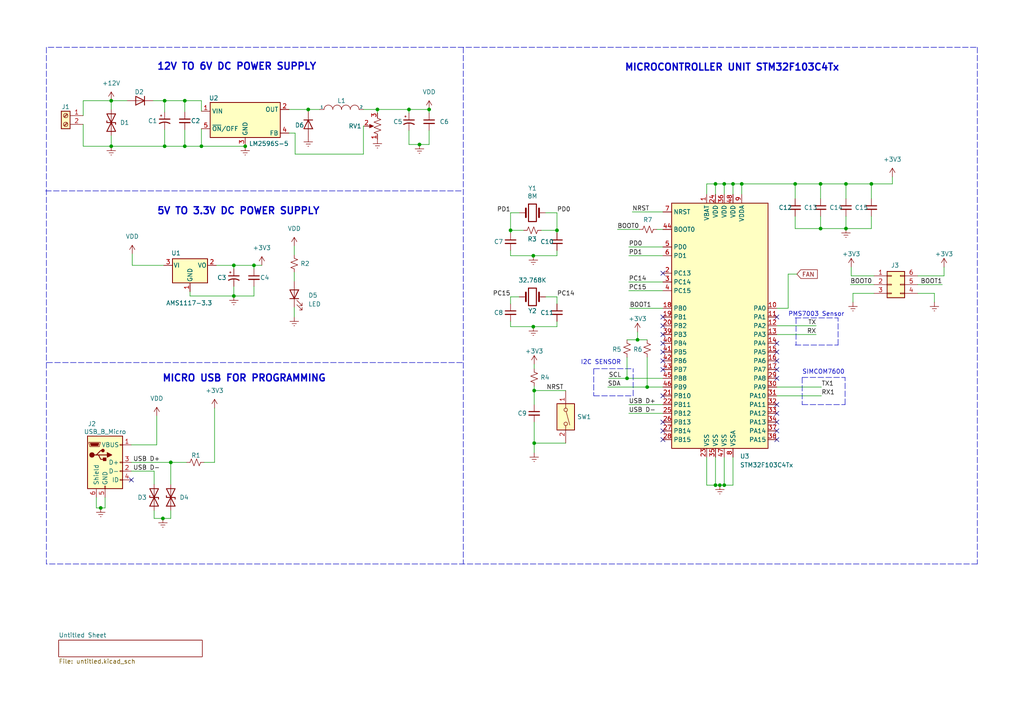
<source format=kicad_sch>
(kicad_sch (version 20210621) (generator eeschema)
  (paper "A4")
  (title_block (title "STM32 BASE SENSOR MODULE") (date "2022-08-21") (rev "V1.0") (comment 2 "OMKAR SHARMA"))
  (lib_symbols
    (symbol "Connector:Screw_Terminal_01x02" (pin_names (offset 1.016) hide)
      (property "Reference" "J" (at 0 2.54 0))
      (property "Value" "Screw_Terminal_01x02" (at 0 -5.08 0))
      (symbol "Screw_Terminal_01x02_1_1"
        (rectangle (start -1.27 1.27) (end 1.27 -3.81) (stroke (width 0.254)) (fill (type background)))
        (circle (center 0 -2.54) (radius 0.635) (stroke (width 0.1524)))
        (polyline (pts (xy -0.5334 -2.2098) (xy 0.3302 -3.048)) (stroke (width 0.1524)))
        (polyline (pts (xy -0.5334 0.3302) (xy 0.3302 -0.508)) (stroke (width 0.1524)))
        (polyline (pts (xy -0.3556 -2.032) (xy 0.508 -2.8702)) (stroke (width 0.1524)))
        (polyline (pts (xy -0.3556 0.508) (xy 0.508 -0.3302)) (stroke (width 0.1524)))
        (circle (center 0 0) (radius 0.635) (stroke (width 0.1524)))
        (pin passive line (at -5.08 0 0) (length 3.81) (name "Pin_1") (number "1"))
        (pin passive line (at -5.08 -2.54 0) (length 3.81) (name "Pin_2") (number "2"))
      )
    )
    (symbol "Connector:USB_B_Micro" (pin_names (offset 1.016))
      (property "Reference" "J" (at -5.08 11.43 0))
      (property "Value" "USB_B_Micro" (at -5.08 8.89 0))
      (symbol "USB_B_Micro_0_1"
        (rectangle (start -5.08 -7.62) (end 5.08 7.62) (stroke (width 0.254)) (fill (type background)))
        (circle (center -3.81 2.159) (radius 0.635) (stroke (width 0.254)) (fill (type outline)))
        (circle (center -0.635 3.429) (radius 0.381) (stroke (width 0.254)) (fill (type outline)))
        (rectangle (start -0.127 -7.62) (end 0.127 -6.858))
        (polyline (pts (xy -1.905 2.159) (xy 0.635 2.159)) (stroke (width 0.254)))
        (polyline (pts (xy -3.175 2.159) (xy -2.54 2.159) (xy -1.27 3.429) (xy -0.635 3.429)) (stroke (width 0.254)))
        (polyline (pts (xy -2.54 2.159) (xy -1.905 2.159) (xy -1.27 0.889) (xy 0 0.889)) (stroke (width 0.254)))
        (polyline (pts (xy 0.635 2.794) (xy 0.635 1.524) (xy 1.905 2.159) (xy 0.635 2.794)) (stroke (width 0.254)) (fill (type outline)))
        (polyline (pts (xy -4.318 5.588) (xy -1.778 5.588) (xy -2.032 4.826) (xy -4.064 4.826) (xy -4.318 5.588)) (fill (type outline)))
        (polyline (pts (xy -4.699 5.842) (xy -4.699 5.588) (xy -4.445 4.826) (xy -4.445 4.572) (xy -1.651 4.572) (xy -1.651 4.826) (xy -1.397 5.588) (xy -1.397 5.842) (xy -4.699 5.842)))
        (rectangle (start 0.254 1.27) (end -0.508 0.508) (stroke (width 0.254)) (fill (type outline)))
        (rectangle (start 5.08 -5.207) (end 4.318 -4.953))
        (rectangle (start 5.08 -2.667) (end 4.318 -2.413))
        (rectangle (start 5.08 -0.127) (end 4.318 0.127))
        (rectangle (start 5.08 4.953) (end 4.318 5.207))
      )
      (symbol "USB_B_Micro_1_1"
        (pin power_out line (at 7.62 5.08 180) (length 2.54) (name "VBUS") (number "1"))
        (pin bidirectional line (at 7.62 -2.54 180) (length 2.54) (name "D-") (number "2"))
        (pin bidirectional line (at 7.62 0 180) (length 2.54) (name "D+") (number "3"))
        (pin passive line (at 7.62 -5.08 180) (length 2.54) (name "ID") (number "4"))
        (pin power_out line (at 0 -10.16 90) (length 2.54) (name "GND") (number "5"))
        (pin passive line (at -2.54 -10.16 90) (length 2.54) (name "Shield") (number "6"))
      )
    )
    (symbol "Connector_Generic:Conn_02x03_Counter_Clockwise" (pin_names (offset 1.016) hide)
      (property "Reference" "J" (at 1.27 5.08 0))
      (property "Value" "Conn_02x03_Counter_Clockwise" (at 1.27 -5.08 0))
      (symbol "Conn_02x03_Counter_Clockwise_1_1"
        (rectangle (start -1.27 -2.413) (end 0 -2.667) (stroke (width 0.1524)))
        (rectangle (start -1.27 0.127) (end 0 -0.127) (stroke (width 0.1524)))
        (rectangle (start -1.27 2.667) (end 0 2.413) (stroke (width 0.1524)))
        (rectangle (start -1.27 3.81) (end 3.81 -3.81) (stroke (width 0.254)) (fill (type background)))
        (rectangle (start 3.81 -2.413) (end 2.54 -2.667) (stroke (width 0.1524)))
        (rectangle (start 3.81 0.127) (end 2.54 -0.127) (stroke (width 0.1524)))
        (rectangle (start 3.81 2.667) (end 2.54 2.413) (stroke (width 0.1524)))
        (pin passive line (at -5.08 2.54 0) (length 3.81) (name "Pin_1") (number "1"))
        (pin passive line (at -5.08 0 0) (length 3.81) (name "Pin_2") (number "2"))
        (pin passive line (at -5.08 -2.54 0) (length 3.81) (name "Pin_3") (number "3"))
        (pin passive line (at 7.62 -2.54 180) (length 3.81) (name "Pin_4") (number "4"))
        (pin passive line (at 7.62 0 180) (length 3.81) (name "Pin_5") (number "5"))
        (pin passive line (at 7.62 2.54 180) (length 3.81) (name "Pin_6") (number "6"))
      )
    )
    (symbol "Device:C_Polarized_Small_US" (pin_numbers hide) (pin_names (offset 0.254) hide)
      (property "Reference" "C" (at 0.254 1.778 0))
      (property "Value" "C_Polarized_Small_US" (at 0.254 -2.032 0))
      (symbol "C_Polarized_Small_US_0_1"
        (polyline (pts (xy -1.524 0.508) (xy 1.524 0.508)) (stroke (width 0.3048)))
        (polyline (pts (xy -1.27 1.524) (xy -0.762 1.524)))
        (polyline (pts (xy -1.016 1.27) (xy -1.016 1.778)))
        (arc (start 1.524 -0.762) (mid 0 -0.3734) (end -1.524 -0.762) (stroke (width 0.3048)))
      )
      (symbol "C_Polarized_Small_US_1_1"
        (pin passive line (at 0 2.54 270) (length 2.032) (name "~") (number "1"))
        (pin passive line (at 0 -2.54 90) (length 2.032) (name "~") (number "2"))
      )
    )
    (symbol "Device:C_Small" (pin_numbers hide) (pin_names (offset 0.254) hide)
      (property "Reference" "C" (at 0.254 1.778 0))
      (property "Value" "C_Small" (at 0.254 -2.032 0))
      (symbol "C_Small_0_1"
        (polyline (pts (xy -1.524 -0.508) (xy 1.524 -0.508)) (stroke (width 0.3302)))
        (polyline (pts (xy -1.524 0.508) (xy 1.524 0.508)) (stroke (width 0.3048)))
      )
      (symbol "C_Small_1_1"
        (pin passive line (at 0 2.54 270) (length 2.032) (name "~") (number "1"))
        (pin passive line (at 0 -2.54 90) (length 2.032) (name "~") (number "2"))
      )
    )
    (symbol "Device:Crystal" (pin_numbers hide) (pin_names (offset 1.016) hide)
      (property "Reference" "Y" (at 0 3.81 0))
      (property "Value" "Crystal" (at 0 -3.81 0))
      (symbol "Crystal_0_1"
        (rectangle (start -1.143 2.54) (end 1.143 -2.54) (stroke (width 0.3048)))
        (polyline (pts (xy -2.54 0) (xy -1.905 0)))
        (polyline (pts (xy -1.905 -1.27) (xy -1.905 1.27)) (stroke (width 0.508)))
        (polyline (pts (xy 1.905 -1.27) (xy 1.905 1.27)) (stroke (width 0.508)))
        (polyline (pts (xy 2.54 0) (xy 1.905 0)))
      )
      (symbol "Crystal_1_1"
        (pin passive line (at -3.81 0 0) (length 1.27) (name "1") (number "1"))
        (pin passive line (at 3.81 0 180) (length 1.27) (name "2") (number "2"))
      )
    )
    (symbol "Device:D_TVS" (pin_numbers hide) (pin_names (offset 1.016) hide)
      (property "Reference" "D" (at 0 2.54 0))
      (property "Value" "D_TVS" (at 0 -2.54 0))
      (symbol "D_TVS_0_1"
        (polyline (pts (xy 1.27 0) (xy -1.27 0)))
        (polyline (pts (xy 0.508 1.27) (xy 0 1.27) (xy 0 -1.27) (xy -0.508 -1.27)) (stroke (width 0.254)))
        (polyline (pts (xy -2.54 1.27) (xy -2.54 -1.27) (xy 2.54 1.27) (xy 2.54 -1.27) (xy -2.54 1.27)) (stroke (width 0.254)))
      )
      (symbol "D_TVS_1_1"
        (pin passive line (at -3.81 0 0) (length 2.54) (name "A1") (number "1"))
        (pin passive line (at 3.81 0 180) (length 2.54) (name "A2") (number "2"))
      )
    )
    (symbol "Device:LED" (pin_numbers hide) (pin_names (offset 1.016) hide)
      (property "Reference" "D" (at 0 2.54 0))
      (property "Value" "LED" (at 0 -2.54 0))
      (symbol "LED_0_1"
        (polyline (pts (xy -1.27 -1.27) (xy -1.27 1.27)) (stroke (width 0.254)))
        (polyline (pts (xy -1.27 0) (xy 1.27 0)))
        (polyline (pts (xy 1.27 -1.27) (xy 1.27 1.27) (xy -1.27 0) (xy 1.27 -1.27)) (stroke (width 0.254)))
        (polyline (pts (xy -3.048 -0.762) (xy -4.572 -2.286) (xy -3.81 -2.286) (xy -4.572 -2.286) (xy -4.572 -1.524)))
        (polyline (pts (xy -1.778 -0.762) (xy -3.302 -2.286) (xy -2.54 -2.286) (xy -3.302 -2.286) (xy -3.302 -1.524)))
      )
      (symbol "LED_1_1"
        (pin passive line (at -3.81 0 0) (length 2.54) (name "K") (number "1"))
        (pin passive line (at 3.81 0 180) (length 2.54) (name "A") (number "2"))
      )
    )
    (symbol "Device:R_Potentiometer_US" (pin_names (offset 1.016) hide)
      (property "Reference" "RV" (at -4.445 0 90))
      (property "Value" "R_Potentiometer_US" (at -2.54 0 90))
      (symbol "R_Potentiometer_US_0_1"
        (polyline (pts (xy 0 -2.286) (xy 0 -2.54)))
        (polyline (pts (xy 0 2.54) (xy 0 2.286)))
        (polyline (pts (xy 2.54 0) (xy 1.524 0)))
        (polyline (pts (xy 1.143 0) (xy 2.286 0.508) (xy 2.286 -0.508) (xy 1.143 0)) (fill (type outline)))
        (polyline (pts (xy 0 -0.762) (xy 1.016 -1.143) (xy 0 -1.524) (xy -1.016 -1.905) (xy 0 -2.286)))
        (polyline (pts (xy 0 0.762) (xy 1.016 0.381) (xy 0 0) (xy -1.016 -0.381) (xy 0 -0.762)))
        (polyline (pts (xy 0 2.286) (xy 1.016 1.905) (xy 0 1.524) (xy -1.016 1.143) (xy 0 0.762)))
      )
      (symbol "R_Potentiometer_US_1_1"
        (pin passive line (at 0 3.81 270) (length 1.27) (name "1") (number "1"))
        (pin passive line (at 3.81 0 180) (length 1.27) (name "2") (number "2"))
        (pin passive line (at 0 -3.81 90) (length 1.27) (name "3") (number "3"))
      )
    )
    (symbol "Device:R_Small_US" (pin_numbers hide) (pin_names (offset 0.254) hide)
      (property "Reference" "R" (at 0.762 0.508 0))
      (property "Value" "R_Small_US" (at 0.762 -1.016 0))
      (symbol "R_Small_US_1_1"
        (polyline (pts (xy 0 0) (xy 1.016 -0.381) (xy 0 -0.762) (xy -1.016 -1.143) (xy 0 -1.524)))
        (polyline (pts (xy 0 1.524) (xy 1.016 1.143) (xy 0 0.762) (xy -1.016 0.381) (xy 0 0)))
        (pin passive line (at 0 2.54 270) (length 1.016) (name "~") (number "1"))
        (pin passive line (at 0 -2.54 90) (length 1.016) (name "~") (number "2"))
      )
    )
    (symbol "MCU_ST_STM32F1:STM32F103C4Tx"
      (property "Reference" "U" (at -15.24 36.83 0))
      (property "Value" "STM32F103C4Tx" (at 7.62 36.83 0))
      (symbol "STM32F103C4Tx_0_1"
        (rectangle (start -15.24 -35.56) (end 12.7 35.56) (stroke (width 0.254)) (fill (type background)))
      )
      (symbol "STM32F103C4Tx_1_1"
        (pin power_in line (at -5.08 38.1 270) (length 2.54) (name "VBAT") (number "1"))
        (pin bidirectional line (at 15.24 5.08 180) (length 2.54) (name "PA0") (number "10"))
        (pin bidirectional line (at 15.24 2.54 180) (length 2.54) (name "PA1") (number "11"))
        (pin bidirectional line (at 15.24 0 180) (length 2.54) (name "PA2") (number "12"))
        (pin bidirectional line (at 15.24 -2.54 180) (length 2.54) (name "PA3") (number "13"))
        (pin bidirectional line (at 15.24 -5.08 180) (length 2.54) (name "PA4") (number "14"))
        (pin bidirectional line (at 15.24 -7.62 180) (length 2.54) (name "PA5") (number "15"))
        (pin bidirectional line (at 15.24 -10.16 180) (length 2.54) (name "PA6") (number "16"))
        (pin bidirectional line (at 15.24 -12.7 180) (length 2.54) (name "PA7") (number "17"))
        (pin bidirectional line (at -17.78 5.08 0) (length 2.54) (name "PB0") (number "18"))
        (pin bidirectional line (at -17.78 2.54 0) (length 2.54) (name "PB1") (number "19"))
        (pin bidirectional line (at -17.78 15.24 0) (length 2.54) (name "PC13") (number "2"))
        (pin bidirectional line (at -17.78 0 0) (length 2.54) (name "PB2") (number "20"))
        (pin bidirectional line (at -17.78 -20.32 0) (length 2.54) (name "PB10") (number "21"))
        (pin bidirectional line (at -17.78 -22.86 0) (length 2.54) (name "PB11") (number "22"))
        (pin power_in line (at -5.08 -38.1 90) (length 2.54) (name "VSS") (number "23"))
        (pin power_in line (at -2.54 38.1 270) (length 2.54) (name "VDD") (number "24"))
        (pin bidirectional line (at -17.78 -25.4 0) (length 2.54) (name "PB12") (number "25"))
        (pin bidirectional line (at -17.78 -27.94 0) (length 2.54) (name "PB13") (number "26"))
        (pin bidirectional line (at -17.78 -30.48 0) (length 2.54) (name "PB14") (number "27"))
        (pin bidirectional line (at -17.78 -33.02 0) (length 2.54) (name "PB15") (number "28"))
        (pin bidirectional line (at 15.24 -15.24 180) (length 2.54) (name "PA8") (number "29"))
        (pin bidirectional line (at -17.78 12.7 0) (length 2.54) (name "PC14") (number "3"))
        (pin bidirectional line (at 15.24 -17.78 180) (length 2.54) (name "PA9") (number "30"))
        (pin bidirectional line (at 15.24 -20.32 180) (length 2.54) (name "PA10") (number "31"))
        (pin bidirectional line (at 15.24 -22.86 180) (length 2.54) (name "PA11") (number "32"))
        (pin bidirectional line (at 15.24 -25.4 180) (length 2.54) (name "PA12") (number "33"))
        (pin bidirectional line (at 15.24 -27.94 180) (length 2.54) (name "PA13") (number "34"))
        (pin power_in line (at -2.54 -38.1 90) (length 2.54) (name "VSS") (number "35"))
        (pin power_in line (at 0 38.1 270) (length 2.54) (name "VDD") (number "36"))
        (pin bidirectional line (at 15.24 -30.48 180) (length 2.54) (name "PA14") (number "37"))
        (pin bidirectional line (at 15.24 -33.02 180) (length 2.54) (name "PA15") (number "38"))
        (pin bidirectional line (at -17.78 -2.54 0) (length 2.54) (name "PB3") (number "39"))
        (pin bidirectional line (at -17.78 10.16 0) (length 2.54) (name "PC15") (number "4"))
        (pin bidirectional line (at -17.78 -5.08 0) (length 2.54) (name "PB4") (number "40"))
        (pin bidirectional line (at -17.78 -7.62 0) (length 2.54) (name "PB5") (number "41"))
        (pin bidirectional line (at -17.78 -10.16 0) (length 2.54) (name "PB6") (number "42"))
        (pin bidirectional line (at -17.78 -12.7 0) (length 2.54) (name "PB7") (number "43"))
        (pin input line (at -17.78 27.94 0) (length 2.54) (name "BOOT0") (number "44"))
        (pin bidirectional line (at -17.78 -15.24 0) (length 2.54) (name "PB8") (number "45"))
        (pin bidirectional line (at -17.78 -17.78 0) (length 2.54) (name "PB9") (number "46"))
        (pin power_in line (at 0 -38.1 90) (length 2.54) (name "VSS") (number "47"))
        (pin power_in line (at 2.54 38.1 270) (length 2.54) (name "VDD") (number "48"))
        (pin input line (at -17.78 22.86 0) (length 2.54) (name "PD0") (number "5"))
        (pin input line (at -17.78 20.32 0) (length 2.54) (name "PD1") (number "6"))
        (pin input line (at -17.78 33.02 0) (length 2.54) (name "NRST") (number "7"))
        (pin power_in line (at 2.54 -38.1 90) (length 2.54) (name "VSSA") (number "8"))
        (pin power_in line (at 5.08 38.1 270) (length 2.54) (name "VDDA") (number "9"))
      )
    )
    (symbol "Regulator_Linear:AMS1117-3.3" (pin_names (offset 0.254))
      (property "Reference" "U" (at -3.81 3.175 0))
      (property "Value" "AMS1117-3.3" (at 0 3.175 0))
      (symbol "AMS1117-3.3_0_1"
        (rectangle (start -5.08 -5.08) (end 5.08 1.905) (stroke (width 0.254)) (fill (type background)))
      )
      (symbol "AMS1117-3.3_1_1"
        (pin power_in line (at 0 -7.62 90) (length 2.54) (name "GND") (number "1"))
        (pin power_out line (at 7.62 0 180) (length 2.54) (name "VO") (number "2"))
        (pin power_in line (at -7.62 0 0) (length 2.54) (name "VI") (number "3"))
      )
    )
    (symbol "Regulator_Switching:LM2596S-5"
      (property "Reference" "U?" (at -9.144 6.35 0))
      (property "Value" "LM2596S-5" (at 6.858 -6.858 0))
      (symbol "LM2596S-5_0_1"
        (rectangle (start -10.16 5.08) (end 10.16 -5.08) (stroke (width 0.254)) (fill (type background)))
      )
      (symbol "LM2596S-5_1_1"
        (pin power_in line (at -12.7 2.54 0) (length 2.54) (name "VIN") (number "1"))
        (pin output line (at 12.7 3.048 180) (length 2.54) (name "OUT") (number "2"))
        (pin power_in line (at 0 -7.62 90) (length 2.54) (name "GND") (number "3"))
        (pin input line (at 12.7 -3.81 180) (length 2.54) (name "FB") (number "4"))
        (pin input line (at -12.7 -2.54 0) (length 2.54) (name "~{ON}/OFF") (number "5"))
      )
    )
    (symbol "Simulation_SPICE:DIODE" (pin_numbers hide) (pin_names (offset 1.016) hide)
      (property "Reference" "D" (at 0 2.54 0))
      (property "Value" "DIODE" (at 0 -2.54 0))
      (symbol "DIODE_0_1"
        (polyline (pts (xy 1.27 0) (xy -1.27 0)))
        (polyline (pts (xy 1.27 1.27) (xy 1.27 -1.27)) (stroke (width 0.254)))
        (polyline (pts (xy -1.27 -1.27) (xy -1.27 1.27) (xy 1.27 0) (xy -1.27 -1.27)) (stroke (width 0.254)))
      )
      (symbol "DIODE_1_1"
        (pin passive line (at -3.81 0 0) (length 2.54) (name "A") (number "1"))
        (pin passive line (at 3.81 0 180) (length 2.54) (name "K") (number "2"))
      )
    )
    (symbol "Switch:SW_DIP_x01" (pin_names (offset 0) hide)
      (property "Reference" "SW" (at 0 3.81 0))
      (property "Value" "SW_DIP_x01" (at 0 -3.81 0))
      (symbol "SW_DIP_x01_0_0"
        (circle (center -2.032 0) (radius 0.508))
        (polyline (pts (xy -1.524 0.127) (xy 2.3622 1.1684)))
        (circle (center 2.032 0) (radius 0.508))
      )
      (symbol "SW_DIP_x01_0_1"
        (rectangle (start -3.81 2.54) (end 3.81 -2.54) (stroke (width 0.254)) (fill (type background)))
      )
      (symbol "SW_DIP_x01_1_1"
        (pin passive line (at -7.62 0 0) (length 5.08) (name "~") (number "1"))
        (pin passive line (at 7.62 0 180) (length 5.08) (name "~") (number "2"))
      )
    )
    (symbol "power:+12V" (power) (pin_names (offset 0))
      (property "Value" "+12V" (at 0 3.556 0))
      (symbol "+12V_0_1"
        (polyline (pts (xy -0.762 1.27) (xy 0 2.54)))
        (polyline (pts (xy 0 0) (xy 0 2.54)))
        (polyline (pts (xy 0 2.54) (xy 0.762 1.27)))
      )
      (symbol "+12V_1_1"
        (pin power_in line (at 0 0 90) (length 0) hide (name "+12V") (number "1"))
      )
    )
    (symbol "power:+3.3V" (power) (pin_names (offset 0))
      (property "Value" "+3.3V" (at 0 3.556 0))
      (symbol "+3.3V_0_1"
        (polyline (pts (xy -0.762 1.27) (xy 0 2.54)))
        (polyline (pts (xy 0 0) (xy 0 2.54)))
        (polyline (pts (xy 0 2.54) (xy 0.762 1.27)))
      )
      (symbol "+3.3V_1_1"
        (pin power_in line (at 0 0 90) (length 0) hide (name "+3V3") (number "1"))
      )
    )
    (symbol "power:Earth" (power) (pin_names (offset 0))
      (symbol "Earth_0_1"
        (polyline (pts (xy -0.635 -1.905) (xy 0.635 -1.905)))
        (polyline (pts (xy -0.127 -2.54) (xy 0.127 -2.54)))
        (polyline (pts (xy 0 -1.27) (xy 0 0)))
        (polyline (pts (xy 1.27 -1.27) (xy -1.27 -1.27)))
      )
      (symbol "Earth_1_1"
        (pin power_in line (at 0 0 270) (length 0) hide (name "Earth") (number "1"))
      )
    )
    (symbol "power:VDD" (power) (pin_names (offset 0))
      (property "Value" "VDD" (at 0 3.81 0))
      (symbol "VDD_0_1"
        (polyline (pts (xy -0.762 1.27) (xy 0 2.54)))
        (polyline (pts (xy 0 0) (xy 0 2.54)))
        (polyline (pts (xy 0 2.54) (xy 0.762 1.27)))
      )
      (symbol "VDD_1_1"
        (pin power_in line (at 0 0 90) (length 0) hide (name "VDD") (number "1"))
      )
    )
    (symbol "pspice:INDUCTOR" (pin_numbers hide) (pin_names (offset 0))
      (property "Reference" "L" (at 0 2.54 0))
      (property "Value" "INDUCTOR" (at 0 -1.27 0))
      (symbol "INDUCTOR_0_1"
        (arc (start -2.54 0) (mid -3.81 1.27) (end -5.08 0))
        (arc (start 0 0) (mid -1.27 1.27) (end -2.54 0))
        (arc (start 2.54 0) (mid 1.27 1.27) (end 0 0))
        (arc (start 5.08 0) (mid 3.81 1.27) (end 2.54 0))
      )
      (symbol "INDUCTOR_1_1"
        (pin input line (at -6.35 0 0) (length 1.27) (name "1") (number "1"))
        (pin input line (at 6.35 0 180) (length 1.27) (name "2") (number "2"))
      )
    )
  )
  (junction (at 161.544 66.802))
  (junction (at 212.598 53.34))
  (junction (at 252.73 53.34))
  (junction (at 237.998 53.34))
  (junction (at 181.864 109.728))
  (junction (at 154.94 113.284))
  (junction (at 47.752 42.418))
  (junction (at 32.258 29.21))
  (junction (at 53.594 42.418))
  (junction (at 124.46 31.75))
  (junction (at 237.998 66.294))
  (junction (at 210.058 140.716))
  (junction (at 208.788 140.716))
  (junction (at 230.632 53.34))
  (junction (at 49.53 134.112))
  (junction (at 210.058 53.34))
  (junction (at 89.408 31.75))
  (junction (at 154.94 128.524))
  (junction (at 148.082 66.802))
  (junction (at 245.364 66.294))
  (junction (at 245.364 53.34))
  (junction (at 184.912 98.552))
  (junction (at 58.42 42.418))
  (junction (at 187.706 112.268))
  (junction (at 73.66 76.962))
  (junction (at 47.244 150.368))
  (junction (at 121.666 41.91))
  (junction (at 207.518 53.34))
  (junction (at 154.686 94.742))
  (junction (at 109.474 31.75))
  (junction (at 215.138 53.34))
  (junction (at 29.21 147.32))
  (junction (at 67.818 76.962))
  (junction (at 53.594 29.21))
  (junction (at 32.258 42.418))
  (junction (at 154.686 74.168))
  (junction (at 207.518 140.716))
  (junction (at 118.618 31.75))
  (junction (at 67.818 85.852))
  (junction (at 47.752 29.21))
  (junction (at 71.12 42.418))
  (no_connect (at 225.298 107.188))
  (no_connect (at 225.298 119.888))
  (no_connect (at 225.298 109.728))
  (no_connect (at 38.1 139.192))
  (no_connect (at 225.298 102.108))
  (no_connect (at 225.298 104.648))
  (no_connect (at 225.298 99.568))
  (no_connect (at 192.278 79.248))
  (no_connect (at 225.298 91.948))
  (no_connect (at 225.298 117.348))
  (no_connect (at 225.298 122.428))
  (no_connect (at 225.298 124.968))
  (no_connect (at 225.298 127.508))
  (no_connect (at 192.278 104.648))
  (no_connect (at 192.278 107.188))
  (no_connect (at 192.278 127.508))
  (no_connect (at 192.278 124.968))
  (no_connect (at 192.278 122.428))
  (no_connect (at 192.278 114.808))
  (no_connect (at 192.278 102.108))
  (no_connect (at 192.278 99.568))
  (no_connect (at 192.278 91.948))
  (no_connect (at 192.278 94.488))
  (no_connect (at 192.278 97.028))
  (wire (pts (xy 273.304 82.55) (xy 266.192 82.55)))
  (wire (pts (xy 215.138 53.34) (xy 215.138 56.388)))
  (polyline (pts (xy 230.886 92.202) (xy 230.886 100.076)))
  (wire (pts (xy 105.41 44.704) (xy 105.41 36.576)))
  (wire (pts (xy 105.41 36.576) (xy 105.664 36.576)))
  (wire (pts (xy 83.82 38.608) (xy 85.598 38.608)))
  (wire (pts (xy 85.598 38.608) (xy 85.598 44.704)))
  (wire (pts (xy 85.598 44.704) (xy 105.41 44.704)))
  (wire (pts (xy 154.94 106.934) (xy 154.94 105.664)))
  (wire (pts (xy 148.082 94.742) (xy 154.686 94.742)))
  (wire (pts (xy 45.466 129.032) (xy 45.466 120.65)))
  (wire (pts (xy 38.1 129.032) (xy 45.466 129.032)))
  (wire (pts (xy 164.084 128.524) (xy 154.94 128.524)))
  (wire (pts (xy 238.252 112.268) (xy 225.298 112.268)))
  (wire (pts (xy 228.6 89.408) (xy 228.6 79.502)))
  (wire (pts (xy 225.298 89.408) (xy 228.6 89.408)))
  (wire (pts (xy 228.6 79.502) (xy 231.14 79.502)))
  (polyline (pts (xy 230.632 92.202) (xy 243.078 92.202)))
  (wire (pts (xy 38.354 76.962) (xy 47.498 76.962)))
  (wire (pts (xy 38.354 73.66) (xy 38.354 76.962)))
  (wire (pts (xy 32.258 39.37) (xy 32.258 42.418)))
  (wire (pts (xy 207.518 132.588) (xy 207.518 140.716)))
  (wire (pts (xy 207.518 140.716) (xy 208.788 140.716)))
  (wire (pts (xy 204.978 140.716) (xy 207.518 140.716)))
  (wire (pts (xy 208.788 140.716) (xy 210.058 140.716)))
  (wire (pts (xy 210.058 140.716) (xy 212.598 140.716)))
  (wire (pts (xy 151.892 66.802) (xy 148.082 66.802)))
  (wire (pts (xy 67.818 77.978) (xy 67.818 76.962)))
  (wire (pts (xy 47.752 32.512) (xy 47.752 29.21)))
  (wire (pts (xy 204.978 53.34) (xy 204.978 56.388)))
  (wire (pts (xy 32.258 42.418) (xy 47.752 42.418)))
  (wire (pts (xy 24.13 42.418) (xy 32.258 42.418)))
  (wire (pts (xy 24.13 36.068) (xy 24.13 42.418)))
  (wire (pts (xy 53.594 42.418) (xy 58.42 42.418)))
  (wire (pts (xy 58.42 42.418) (xy 71.12 42.418)))
  (wire (pts (xy 47.752 42.418) (xy 53.594 42.418)))
  (polyline (pts (xy 172.212 114.808) (xy 183.642 114.808)))
  (wire (pts (xy 148.082 86.106) (xy 148.082 88.138)))
  (wire (pts (xy 85.344 71.374) (xy 85.344 73.914)))
  (polyline (pts (xy 243.078 100.076) (xy 243.078 92.202)))
  (polyline (pts (xy 172.212 106.934) (xy 172.212 114.808)))
  (wire (pts (xy 154.686 94.742) (xy 161.544 94.742)))
  (wire (pts (xy 27.94 144.272) (xy 27.94 147.32)))
  (wire (pts (xy 27.94 147.32) (xy 29.21 147.32)))
  (wire (pts (xy 38.1 136.652) (xy 44.704 136.652)))
  (wire (pts (xy 85.344 89.154) (xy 85.344 91.948)))
  (wire (pts (xy 182.372 74.168) (xy 192.278 74.168)))
  (wire (pts (xy 161.544 66.802) (xy 161.544 67.564)))
  (wire (pts (xy 161.544 61.722) (xy 161.544 66.802)))
  (wire (pts (xy 150.622 61.722) (xy 148.082 61.722)))
  (wire (pts (xy 148.082 66.802) (xy 148.082 67.564)))
  (wire (pts (xy 148.082 61.722) (xy 148.082 66.802)))
  (wire (pts (xy 192.278 81.788) (xy 182.372 81.788)))
  (wire (pts (xy 252.73 66.294) (xy 245.364 66.294)))
  (wire (pts (xy 252.73 62.738) (xy 252.73 66.294)))
  (wire (pts (xy 225.298 97.028) (xy 236.728 97.028)))
  (wire (pts (xy 187.706 103.632) (xy 187.706 112.268)))
  (wire (pts (xy 62.738 76.962) (xy 67.818 76.962)))
  (wire (pts (xy 67.818 76.962) (xy 73.66 76.962)))
  (wire (pts (xy 73.66 76.962) (xy 73.66 77.978)))
  (wire (pts (xy 181.864 98.552) (xy 184.912 98.552)))
  (wire (pts (xy 184.912 98.552) (xy 187.706 98.552)))
  (wire (pts (xy 212.598 53.34) (xy 210.058 53.34)))
  (wire (pts (xy 215.138 53.34) (xy 212.598 53.34)))
  (wire (pts (xy 252.73 53.34) (xy 245.364 53.34)))
  (wire (pts (xy 258.826 53.34) (xy 252.73 53.34)))
  (wire (pts (xy 258.826 51.308) (xy 258.826 53.34)))
  (wire (pts (xy 210.058 53.34) (xy 207.518 53.34)))
  (wire (pts (xy 207.518 53.34) (xy 204.978 53.34)))
  (wire (pts (xy 230.632 53.34) (xy 215.138 53.34)))
  (wire (pts (xy 245.364 53.34) (xy 237.998 53.34)))
  (wire (pts (xy 237.998 53.34) (xy 230.632 53.34)))
  (wire (pts (xy 32.258 31.75) (xy 32.258 29.21)))
  (wire (pts (xy 161.544 74.168) (xy 161.544 72.644)))
  (wire (pts (xy 148.082 74.168) (xy 154.686 74.168)))
  (wire (pts (xy 148.082 72.644) (xy 148.082 74.168)))
  (wire (pts (xy 154.686 74.168) (xy 161.544 74.168)))
  (polyline (pts (xy 13.208 55.372) (xy 134.112 55.372)))
  (wire (pts (xy 207.518 53.34) (xy 207.518 56.388)))
  (wire (pts (xy 246.888 77.47) (xy 246.888 80.01)))
  (wire (pts (xy 246.888 80.01) (xy 253.492 80.01)))
  (wire (pts (xy 161.544 86.106) (xy 161.544 88.138)))
  (wire (pts (xy 62.23 134.112) (xy 59.182 134.112)))
  (wire (pts (xy 62.23 118.364) (xy 62.23 134.112)))
  (wire (pts (xy 154.94 113.284) (xy 154.94 112.014)))
  (wire (pts (xy 154.94 117.348) (xy 154.94 113.284)))
  (wire (pts (xy 85.344 78.994) (xy 85.344 81.534)))
  (wire (pts (xy 47.752 37.592) (xy 47.752 42.418)))
  (wire (pts (xy 271.018 85.09) (xy 271.018 87.63)))
  (wire (pts (xy 266.192 85.09) (xy 271.018 85.09)))
  (wire (pts (xy 105.41 31.75) (xy 109.474 31.75)))
  (wire (pts (xy 109.474 31.75) (xy 118.618 31.75)))
  (wire (pts (xy 212.598 132.588) (xy 212.598 140.716)))
  (wire (pts (xy 83.82 31.75) (xy 89.408 31.75)))
  (wire (pts (xy 89.408 31.75) (xy 92.71 31.75)))
  (wire (pts (xy 192.278 66.548) (xy 190.5 66.548)))
  (wire (pts (xy 29.21 147.32) (xy 30.48 147.32)))
  (wire (pts (xy 30.48 147.32) (xy 30.48 144.272)))
  (wire (pts (xy 192.278 71.628) (xy 182.372 71.628)))
  (wire (pts (xy 237.998 57.658) (xy 237.998 53.34)))
  (wire (pts (xy 182.372 117.348) (xy 192.278 117.348)))
  (polyline (pts (xy 230.632 100.076) (xy 243.078 100.076)))
  (wire (pts (xy 53.594 32.512) (xy 53.594 29.21)))
  (wire (pts (xy 118.618 31.75) (xy 124.46 31.75)))
  (wire (pts (xy 124.46 31.75) (xy 124.46 32.766)))
  (wire (pts (xy 109.474 32.766) (xy 109.474 31.75)))
  (wire (pts (xy 184.912 96.266) (xy 184.912 98.552)))
  (wire (pts (xy 252.73 57.658) (xy 252.73 53.34)))
  (wire (pts (xy 44.704 136.652) (xy 44.704 140.462)))
  (wire (pts (xy 158.242 61.722) (xy 161.544 61.722)))
  (wire (pts (xy 237.998 66.294) (xy 237.998 62.738)))
  (wire (pts (xy 230.632 62.738) (xy 230.632 66.294)))
  (wire (pts (xy 247.396 85.09) (xy 253.492 85.09)))
  (wire (pts (xy 247.396 87.63) (xy 247.396 85.09)))
  (wire (pts (xy 245.364 57.658) (xy 245.364 53.34)))
  (wire (pts (xy 148.082 93.218) (xy 148.082 94.742)))
  (wire (pts (xy 245.364 62.738) (xy 245.364 66.294)))
  (wire (pts (xy 156.972 66.802) (xy 161.544 66.802)))
  (wire (pts (xy 210.058 132.588) (xy 210.058 140.716)))
  (wire (pts (xy 75.946 76.962) (xy 73.66 76.962)))
  (wire (pts (xy 192.278 89.408) (xy 182.626 89.408)))
  (wire (pts (xy 164.084 113.284) (xy 154.94 113.284)))
  (wire (pts (xy 176.53 109.728) (xy 181.864 109.728)))
  (wire (pts (xy 181.864 109.728) (xy 192.278 109.728)))
  (wire (pts (xy 55.118 84.582) (xy 55.118 85.852)))
  (wire (pts (xy 55.118 85.852) (xy 67.818 85.852)))
  (wire (pts (xy 73.66 85.852) (xy 73.66 83.058)))
  (wire (pts (xy 67.818 85.852) (xy 73.66 85.852)))
  (wire (pts (xy 230.632 57.658) (xy 230.632 53.34)))
  (wire (pts (xy 67.818 83.058) (xy 67.818 85.852)))
  (wire (pts (xy 273.812 80.01) (xy 266.192 80.01)))
  (wire (pts (xy 273.812 77.47) (xy 273.812 80.01)))
  (polyline (pts (xy 283.464 13.716) (xy 283.464 163.576)))
  (polyline (pts (xy 13.97 13.716) (xy 283.464 13.716)))
  (polyline (pts (xy 283.464 163.576) (xy 13.462 163.576)))
  (polyline (pts (xy 13.462 13.716) (xy 13.462 163.576)))
  (wire (pts (xy 89.408 32.258) (xy 89.408 31.75)))
  (wire (pts (xy 154.94 131.318) (xy 154.94 128.524)))
  (wire (pts (xy 154.94 128.524) (xy 154.94 122.428)))
  (wire (pts (xy 245.364 66.294) (xy 237.998 66.294)))
  (wire (pts (xy 230.632 66.294) (xy 237.998 66.294)))
  (wire (pts (xy 246.634 82.55) (xy 253.492 82.55)))
  (wire (pts (xy 36.83 29.21) (xy 32.258 29.21)))
  (wire (pts (xy 32.258 29.21) (xy 24.13 29.21)))
  (wire (pts (xy 24.13 29.21) (xy 24.13 33.528)))
  (wire (pts (xy 192.278 84.328) (xy 182.372 84.328)))
  (wire (pts (xy 210.058 53.34) (xy 210.058 56.388)))
  (polyline (pts (xy 232.664 109.474) (xy 232.664 117.348)))
  (polyline (pts (xy 232.664 117.348) (xy 245.11 117.348)))
  (polyline (pts (xy 245.11 117.348) (xy 245.11 109.474)))
  (polyline (pts (xy 232.664 109.474) (xy 245.11 109.474)))
  (wire (pts (xy 181.864 103.632) (xy 181.864 109.728)))
  (wire (pts (xy 176.276 112.268) (xy 187.706 112.268)))
  (wire (pts (xy 187.706 112.268) (xy 192.278 112.268)))
  (wire (pts (xy 204.978 132.588) (xy 204.978 140.716)))
  (wire (pts (xy 238.252 114.808) (xy 225.298 114.808)))
  (wire (pts (xy 182.372 119.888) (xy 192.278 119.888)))
  (wire (pts (xy 212.598 53.34) (xy 212.598 56.388)))
  (wire (pts (xy 185.42 66.548) (xy 179.07 66.548)))
  (polyline (pts (xy 134.112 105.156) (xy 13.462 105.156)))
  (polyline (pts (xy 172.212 106.934) (xy 183.642 106.934)))
  (wire (pts (xy 49.53 140.462) (xy 49.53 134.112)))
  (wire (pts (xy 158.242 86.106) (xy 161.544 86.106)))
  (wire (pts (xy 192.278 61.468) (xy 183.388 61.468)))
  (polyline (pts (xy 183.642 114.808) (xy 183.642 106.934)))
  (polyline (pts (xy 134.366 13.716) (xy 134.366 163.576)))
  (wire (pts (xy 121.666 41.91) (xy 124.46 41.91)))
  (wire (pts (xy 118.618 41.91) (xy 121.666 41.91)))
  (wire (pts (xy 124.46 41.91) (xy 124.46 37.846)))
  (wire (pts (xy 118.618 37.846) (xy 118.618 41.91)))
  (wire (pts (xy 225.298 94.488) (xy 236.728 94.488)))
  (wire (pts (xy 44.704 150.368) (xy 47.244 150.368)))
  (wire (pts (xy 49.53 150.368) (xy 49.53 148.082)))
  (wire (pts (xy 47.244 150.368) (xy 49.53 150.368)))
  (wire (pts (xy 44.704 148.082) (xy 44.704 150.368)))
  (wire (pts (xy 38.1 134.112) (xy 49.53 134.112)))
  (wire (pts (xy 49.53 134.112) (xy 54.102 134.112)))
  (wire (pts (xy 118.618 32.766) (xy 118.618 31.75)))
  (wire (pts (xy 161.544 94.742) (xy 161.544 93.218)))
  (wire (pts (xy 58.42 37.338) (xy 58.42 42.418)))
  (wire (pts (xy 150.622 86.106) (xy 148.082 86.106)))
  (wire (pts (xy 44.45 29.21) (xy 47.752 29.21)))
  (wire (pts (xy 47.752 29.21) (xy 53.594 29.21)))
  (wire (pts (xy 58.42 29.21) (xy 58.42 32.258)))
  (wire (pts (xy 53.594 29.21) (xy 58.42 29.21)))
  (wire (pts (xy 53.594 37.592) (xy 53.594 42.418)))
  (text "I2C SENSOR" (at 168.402 105.918 0) (effects (font (size 1.27 1.27)) (justify left bottom)))
  (text "SIMCOM7600" (at 232.664 108.712 0) (effects (font (size 1.27 1.27)) (justify left bottom)))
  (text "12V TO 6V DC POWER SUPPLY" (at 45.466 20.574 0) (effects (font (size 2 2) (thickness 0.4) bold) (justify left bottom)))
  (text "PMS7003 Sensor" (at 228.6 91.948 0) (effects (font (size 1.27 1.27)) (justify left bottom)))
  (text "MICRO USB FOR PROGRAMMING" (at 46.99 110.998 0) (effects (font (size 2 2) bold) (justify left bottom)))
  (text "5V TO 3.3V DC POWER SUPPLY" (at 45.466 62.484 0) (effects (font (size 2 2) bold) (justify left bottom)))
  (text "MICROCONTROLLER UNIT STM32F103C4Tx" (at 181.102 20.828 0) (effects (font (size 2 2) bold) (justify left bottom)))
  (label "BOOT1" (at 273.304 82.55 180))
  (label "PC15" (at 182.372 84.328 0))
  (label "PD1" (at 148.082 61.722 180))
  (label "BOOT0" (at 179.07 66.548 0))
  (label "USB D+" (at 38.608 134.112 0))
  (label "BOOT1" (at 182.626 89.408 0))
  (label "USB D+" (at 182.372 117.348 0))
  (label "SDA" (at 176.276 112.268 0))
  (label "USB D-" (at 182.372 119.888 0))
  (label "BOOT0" (at 246.634 82.55 0))
  (label "PC14" (at 182.372 81.788 0))
  (label "PC15" (at 148.082 86.106 180))
  (label "USB D-" (at 38.608 136.652 0))
  (label "TX1" (at 238.252 112.268 0))
  (label "NRST" (at 183.388 61.468 0))
  (label "RX1" (at 238.252 114.808 0))
  (label "PC14" (at 161.544 86.106 0))
  (label "TX" (at 236.728 94.488 180))
  (label "PD0" (at 182.372 71.628 0))
  (label "PD1" (at 182.372 74.168 0))
  (label "SCL" (at 176.53 109.728 0))
  (label "RX" (at 236.728 97.028 180))
  (label "PD0" (at 161.544 61.722 0))
  (label "NRST" (at 158.496 113.284 0))
  (global_label "FAN" (shape input) (at 231.14 79.502 0) (property "Intersheet References" "${INTERSHEET_REFS}" (effects hide)))
  (symbol (lib_id "power:Earth") (at 247.396 87.63 0) (unit 1)
    (property "Reference" "#PWR025" (effects hide))
    (property "Value" "Earth" (effects hide))
  )
  (symbol (lib_id "Device:Crystal") (at 154.432 61.722 0) (unit 1)
    (property "Reference" "Y1" (at 154.432 54.61 0))
    (property "Value" "8M" (at 154.432 56.896 0))
    (property "Footprint" "Crystal:Crystal_HC18-U_Vertical" (effects hide))
  )
  (symbol (lib_id "Device:R_Small_US") (at 181.864 101.092 0) (unit 1)
    (property "Reference" "R5" (at 177.546 101.346 0) (effects (justify left)))
    (property "Value" "1K" (effects hide))
    (property "Footprint" "Resistor_SMD:R_0805_2012Metric_Pad1.20x1.40mm_HandSolder" (effects hide))
  )
  (symbol (lib_id "Device:C_Small") (at 230.632 60.198 0) (unit 1)
    (property "Reference" "C12" (at 225.806 60.198 0) (effects (justify left)))
    (property "Value" "0.1uf 50V" (effects hide))
    (property "Footprint" "Capacitor_SMD:C_0805_2012Metric_Pad1.18x1.45mm_HandSolder" (effects hide))
  )
  (symbol (lib_id "power:+3.3V") (at 258.826 51.308 0) (unit 1)
    (property "Reference" "#PWR026" (effects hide))
    (property "Value" "+3.3V" (at 258.826 46.228 0))
  )
  (symbol (lib_id "Device:LED") (at 85.344 85.344 90) (unit 1)
    (property "Reference" "D5" (at 89.408 85.6614 90) (effects (justify right)))
    (property "Value" "LED" (at 89.408 88.2014 90) (effects (justify right)))
    (property "Footprint" "LED_SMD:LED_0805_2012Metric_Pad1.15x1.40mm_HandSolder" (effects hide))
  )
  (symbol (lib_id "Device:C_Small") (at 237.998 60.198 0) (unit 1)
    (property "Reference" "C13" (at 233.172 60.198 0) (effects (justify left)))
    (property "Value" "10uf 50V" (effects hide))
    (property "Footprint" "Capacitor_SMD:C_0805_2012Metric_Pad1.18x1.45mm_HandSolder" (effects hide))
  )
  (symbol (lib_id "Device:C_Polarized_Small_US") (at 118.618 35.306 0) (unit 1)
    (property "Reference" "C5" (at 114.046 35.306 0) (effects (justify left)))
    (property "Value" "470uf 25V" (effects hide))
    (property "Footprint" "Capacitor_SMD:CP_Elec_5x5.8" (effects hide))
  )
  (symbol (lib_id "Device:C_Small") (at 161.544 70.104 0) (unit 1)
    (property "Reference" "C10" (at 156.718 70.104 0) (effects (justify left)))
    (property "Value" "22pf 50V" (effects hide))
    (property "Footprint" "Capacitor_SMD:C_0805_2012Metric_Pad1.18x1.45mm_HandSolder" (effects hide))
  )
  (symbol (lib_id "Device:C_Small") (at 252.73 60.198 0) (unit 1)
    (property "Reference" "C15" (at 247.904 60.198 0) (effects (justify left)))
    (property "Value" "10uf 50V" (effects hide))
    (property "Footprint" "Capacitor_SMD:C_0805_2012Metric_Pad1.18x1.45mm_HandSolder" (effects hide))
  )
  (symbol (lib_id "power:Earth") (at 29.21 147.32 0) (unit 1)
    (property "Reference" "#PWR01" (effects hide))
    (property "Value" "Earth" (effects hide))
  )
  (symbol (lib_id "power:Earth") (at 47.244 150.368 0) (unit 1)
    (property "Reference" "#PWR06" (effects hide))
    (property "Value" "Earth" (effects hide))
  )
  (symbol (lib_id "MCU_ST_STM32F1:STM32F103C4Tx") (at 210.058 94.488 0) (unit 1)
    (property "Reference" "U3" (at 214.6174 132.334 0) (effects (justify left)))
    (property "Value" "STM32F103C4Tx" (at 214.6174 134.874 0) (effects (justify left)))
    (property "Footprint" "Package_QFP:LQFP-48_7x7mm_P0.5mm" (effects hide))
    (property "Datasheet" "http://www.st.com/st-web-ui/static/active/en/resource/technical/document/datasheet/CD00210843.pdf" (effects hide))
  )
  (symbol (lib_id "power:+12V") (at 32.258 29.21 0) (unit 1)
    (property "Reference" "#PWR02" (effects hide))
    (property "Value" "+12V" (at 32.258 24.13 0))
  )
  (symbol (lib_id "power:Earth") (at 109.474 40.386 0) (unit 1)
    (property "Reference" "#PWR014" (effects hide))
    (property "Value" "Earth" (effects hide))
  )
  (symbol (lib_id "power:Earth") (at 154.94 131.318 0) (unit 1)
    (property "Reference" "#PWR020" (effects hide))
    (property "Value" "Earth" (effects hide))
  )
  (symbol (lib_id "power:VDD") (at 38.354 73.66 0) (unit 1)
    (property "Reference" "#PWR04" (effects hide))
    (property "Value" "VDD" (at 38.354 68.58 0))
  )
  (symbol (lib_id "Device:C_Small") (at 245.364 60.198 0) (unit 1)
    (property "Reference" "C14" (at 240.538 60.198 0) (effects (justify left)))
    (property "Value" "0.1uf 50V" (effects hide))
    (property "Footprint" "Capacitor_SMD:C_0805_2012Metric_Pad1.18x1.45mm_HandSolder" (effects hide))
  )
  (symbol (lib_id "power:Earth") (at 154.686 74.168 0) (unit 1)
    (property "Reference" "#PWR017" (effects hide))
    (property "Value" "Earth" (effects hide))
  )
  (symbol (lib_id "Device:C_Small") (at 148.082 90.678 0) (unit 1)
    (property "Reference" "C8" (at 143.256 90.678 0) (effects (justify left)))
    (property "Value" "22pf 50V" (effects hide))
    (property "Footprint" "Capacitor_SMD:C_0805_2012Metric_Pad1.18x1.45mm_HandSolder" (effects hide))
  )
  (symbol (lib_id "Simulation_SPICE:DIODE") (at 40.64 29.21 0) (unit 1)
    (property "Reference" "D2" (at 40.386 26.67 0))
    (property "Value" "SS34" (effects hide))
    (property "Footprint" "Diode_SMD:D_SMA" (effects hide))
    (property "Spice_Netlist_Enabled" "Y" (effects hide))
    (property "Spice_Primitive" "D" (effects hide))
  )
  (symbol (lib_id "Device:C_Small") (at 154.94 119.888 0) (unit 1)
    (property "Reference" "C9" (at 150.114 119.888 0) (effects (justify left)))
    (property "Value" "22pf 50V" (effects hide))
    (property "Footprint" "Capacitor_SMD:C_0805_2012Metric_Pad1.18x1.45mm_HandSolder" (effects hide))
  )
  (symbol (lib_id "power:Earth") (at 208.788 140.716 0) (unit 1)
    (property "Reference" "#PWR022" (effects hide))
    (property "Value" "Earth" (effects hide))
  )
  (symbol (lib_id "Device:D_TVS") (at 49.53 144.272 90) (unit 1)
    (property "Reference" "D4" (at 52.07 144.2719 90) (effects (justify right)))
    (property "Value" "D_TVS" (effects hide))
    (property "Footprint" "Diode_SMD:D_SOD-123" (effects hide))
  )
  (symbol (lib_id "Device:R_Small_US") (at 154.94 109.474 0) (unit 1)
    (property "Reference" "R4" (at 156.718 109.474 0) (effects (justify left)))
    (property "Value" "1K" (effects hide))
    (property "Footprint" "Resistor_SMD:R_0805_2012Metric_Pad1.20x1.40mm_HandSolder" (effects hide))
  )
  (symbol (lib_id "Device:D_TVS") (at 44.704 144.272 90) (unit 1)
    (property "Reference" "D3" (at 39.878 144.272 90) (effects (justify right)))
    (property "Value" "D_TVS" (effects hide))
    (property "Footprint" "Diode_SMD:D_SOD-123" (effects hide))
  )
  (symbol (lib_id "power:VDD") (at 124.46 31.75 0) (unit 1)
    (property "Reference" "#PWR016" (effects hide))
    (property "Value" "VDD" (at 124.46 26.67 0))
  )
  (symbol (lib_id "Regulator_Switching:LM2596S-5") (at 71.12 34.798 0) (unit 1)
    (property "Reference" "U2" (at 61.976 28.448 0))
    (property "Value" "LM2596S-5" (at 77.978 41.656 0))
    (property "Footprint" "Package_TO_SOT_SMD:TO-263-5_TabPin3" (effects hide))
    (property "Datasheet" "http://www.ti.com/lit/ds/symlink/lm2596.pdf" (effects hide))
  )
  (symbol (lib_id "Device:C_Small") (at 148.082 70.104 0) (unit 1)
    (property "Reference" "C7" (at 143.256 70.104 0) (effects (justify left)))
    (property "Value" "22pf 50V" (effects hide))
    (property "Footprint" "Capacitor_SMD:C_0805_2012Metric_Pad1.18x1.45mm_HandSolder" (effects hide))
  )
  (symbol (lib_id "power:+3.3V") (at 184.912 96.266 0) (unit 1)
    (property "Reference" "#PWR021" (effects hide))
    (property "Value" "+3.3V" (at 184.912 92.456 0))
  )
  (symbol (lib_id "power:Earth") (at 71.12 42.418 0) (unit 1)
    (property "Reference" "#PWR09" (effects hide))
    (property "Value" "Earth" (effects hide))
  )
  (symbol (lib_id "power:+3.3V") (at 273.812 77.47 0) (unit 1)
    (property "Reference" "#PWR028" (effects hide))
    (property "Value" "+3.3V" (at 273.812 73.66 0))
  )
  (symbol (lib_id "Device:C_Polarized_Small_US") (at 67.818 80.518 0) (unit 1)
    (property "Reference" "C3" (at 62.992 80.518 0) (effects (justify left)))
    (property "Value" "470uf 25V" (effects hide))
    (property "Footprint" "Capacitor_SMD:CP_Elec_5x5.8" (effects hide))
  )
  (symbol (lib_id "power:Earth") (at 89.408 39.878 0) (unit 1)
    (property "Reference" "#PWR013" (effects hide))
    (property "Value" "Earth" (effects hide))
  )
  (symbol (lib_id "power:VDD") (at 85.344 71.374 0) (unit 1)
    (property "Reference" "#PWR011" (effects hide))
    (property "Value" "VDD" (at 85.344 66.294 0))
  )
  (symbol (lib_id "power:+3.3V") (at 154.94 105.664 0) (unit 1)
    (property "Reference" "#PWR019" (effects hide))
    (property "Value" "+3.3V" (at 154.94 101.854 0))
  )
  (symbol (lib_id "power:Earth") (at 121.666 41.91 0) (unit 1)
    (property "Reference" "#PWR015" (effects hide))
    (property "Value" "Earth" (effects hide))
  )
  (symbol (lib_id "power:Earth") (at 271.018 87.63 0) (unit 1)
    (property "Reference" "#PWR027" (effects hide))
    (property "Value" "Earth" (effects hide))
  )
  (symbol (lib_id "Connector:USB_B_Micro") (at 30.48 134.112 0) (unit 1)
    (property "Reference" "J2" (at 26.67 122.936 0))
    (property "Value" "USB_B_Micro" (at 30.48 125.222 0))
    (property "Footprint" "Connector_USB:USB_Micro-B_Molex-105017-0001" (effects hide))
  )
  (symbol (lib_id "Switch:SW_DIP_x01") (at 164.084 120.904 270) (unit 1)
    (property "Reference" "SW1" (at 167.386 120.904 90) (effects (justify left)))
    (property "Value" "SW_DIP_x01" (effects hide))
    (property "Footprint" "Button_Switch_THT:SW_PUSH_6mm_H5mm" (effects hide))
  )
  (symbol (lib_id "power:Earth") (at 85.344 91.948 0) (unit 1)
    (property "Reference" "#PWR012" (effects hide))
    (property "Value" "Earth" (effects hide))
  )
  (symbol (lib_id "power:Earth") (at 67.818 85.852 0) (unit 1)
    (property "Reference" "#PWR08" (effects hide))
    (property "Value" "Earth" (effects hide))
  )
  (symbol (lib_id "Device:R_Small_US") (at 187.706 101.092 0) (unit 1)
    (property "Reference" "R6" (at 183.642 101.346 0) (effects (justify left)))
    (property "Value" "1K" (effects hide))
    (property "Footprint" "Resistor_SMD:R_0805_2012Metric_Pad1.20x1.40mm_HandSolder" (effects hide))
  )
  (symbol (lib_id "power:Earth") (at 154.686 94.742 0) (unit 1)
    (property "Reference" "#PWR018" (effects hide))
    (property "Value" "Earth" (effects hide))
  )
  (symbol (lib_id "Device:C_Polarized_Small_US") (at 47.752 35.052 0) (unit 1)
    (property "Reference" "C1" (at 42.926 35.052 0) (effects (justify left)))
    (property "Value" "470uf 25V" (effects hide))
    (property "Footprint" "Capacitor_SMD:CP_Elec_5x5.8" (effects hide))
  )
  (symbol (lib_id "Device:C_Small") (at 124.46 35.306 0) (unit 1)
    (property "Reference" "C6" (at 127.508 35.306 0) (effects (justify left)))
    (property "Value" "0.1uf 50V" (effects hide))
    (property "Footprint" "Capacitor_SMD:C_0805_2012Metric_Pad1.18x1.45mm_HandSolder" (effects hide))
  )
  (symbol (lib_id "power:+3.3V") (at 246.888 77.47 0) (unit 1)
    (property "Reference" "#PWR024" (effects hide))
    (property "Value" "+3.3V" (at 246.888 73.66 0))
  )
  (symbol (lib_id "Device:R_Small_US") (at 56.642 134.112 90) (unit 1)
    (property "Reference" "R1" (at 58.166 132.08 90) (effects (justify left)))
    (property "Value" "1.5K" (effects hide))
    (property "Footprint" "Resistor_SMD:R_0805_2012Metric_Pad1.20x1.40mm_HandSolder" (effects hide))
  )
  (symbol (lib_id "Device:Crystal") (at 154.432 86.106 0) (unit 1)
    (property "Reference" "Y2" (at 154.432 90.17 0))
    (property "Value" "32.768K" (at 154.432 81.28 0))
    (property "Footprint" "Crystal:Crystal_HC18-U_Vertical" (effects hide))
  )
  (symbol (lib_id "power:Earth") (at 32.258 42.418 0) (unit 1)
    (property "Reference" "#PWR03" (effects hide))
    (property "Value" "Earth" (effects hide))
  )
  (symbol (lib_id "Device:R_Small_US") (at 85.344 76.454 0) (unit 1)
    (property "Reference" "R2" (at 87.122 76.454 0) (effects (justify left)))
    (property "Value" "1K" (effects hide))
    (property "Footprint" "Resistor_SMD:R_0805_2012Metric_Pad1.20x1.40mm_HandSolder" (effects hide))
  )
  (symbol (lib_id "pspice:INDUCTOR") (at 99.06 31.75 0) (unit 1)
    (property "Reference" "L1" (at 99.06 29.21 0))
    (property "Value" "INDUCTOR" (effects hide))
    (property "Footprint" "Inductor_SMD:L_2512_6332Metric_Pad1.52x3.35mm_HandSolder" (effects hide))
  )
  (symbol (lib_id "Connector_Generic:Conn_02x03_Counter_Clockwise") (at 258.572 82.55 0) (unit 1)
    (property "Reference" "J3" (at 259.588 76.962 0))
    (property "Value" "Conn_02x03_Counter_Clockwise" (effects hide))
    (property "Footprint" "Connector_PinHeader_2.54mm:PinHeader_2x03_P2.54mm_Vertical" (effects hide))
  )
  (symbol (lib_id "Simulation_SPICE:DIODE") (at 89.408 36.068 90) (unit 1)
    (property "Reference" "D6" (at 86.868 36.322 90))
    (property "Value" "SS34" (effects hide))
    (property "Footprint" "Diode_SMD:D_SMA" (effects hide))
    (property "Spice_Netlist_Enabled" "Y" (effects hide))
    (property "Spice_Primitive" "D" (effects hide))
  )
  (symbol (lib_id "Connector:Screw_Terminal_01x02") (at 19.05 33.528 0) (mirror y) (unit 1)
    (property "Reference" "J1" (at 19.05 30.988 0))
    (property "Value" "Screw_Terminal_01x02" (effects hide))
    (property "Footprint" "TerminalBlock_Phoenix:TerminalBlock_Phoenix_MKDS-3-2-5.08_1x02_P5.08mm_Horizontal" (effects hide))
  )
  (symbol (lib_id "Device:R_Small_US") (at 187.96 66.548 90) (unit 1)
    (property "Reference" "R7" (at 189.23 63.754 90) (effects (justify left)))
    (property "Value" "10K" (effects hide))
    (property "Footprint" "Resistor_SMD:R_0805_2012Metric_Pad1.20x1.40mm_HandSolder" (effects hide))
  )
  (symbol (lib_id "power:+3.3V") (at 62.23 118.364 0) (unit 1)
    (property "Reference" "#PWR07" (effects hide))
    (property "Value" "+3.3V" (at 62.23 113.284 0))
  )
  (symbol (lib_id "Regulator_Linear:AMS1117-3.3") (at 55.118 76.962 0) (unit 1)
    (property "Reference" "U1" (at 51.054 73.406 0))
    (property "Value" "AMS1117-3.3" (at 54.864 87.884 0))
    (property "Footprint" "Package_TO_SOT_SMD:SOT-223-3_TabPin2" (effects hide))
    (property "Datasheet" "http://www.advanced-monolithic.com/pdf/ds1117.pdf" (effects hide))
  )
  (symbol (lib_id "Device:C_Small") (at 161.544 90.678 0) (unit 1)
    (property "Reference" "C11" (at 156.718 90.678 0) (effects (justify left)))
    (property "Value" "22pf 50V" (effects hide))
    (property "Footprint" "Capacitor_SMD:C_0805_2012Metric_Pad1.18x1.45mm_HandSolder" (effects hide))
  )
  (symbol (lib_id "Device:R_Potentiometer_US") (at 109.474 36.576 180) (unit 1)
    (property "Reference" "RV1" (at 101.092 36.576 0) (effects (justify right)))
    (property "Value" "10K" (effects hide))
    (property "Footprint" "Potentiometer_THT:Potentiometer_Bourns_3266W_Vertical" (effects hide))
  )
  (symbol (lib_id "Device:D_TVS") (at 32.258 35.56 90) (unit 1)
    (property "Reference" "D1" (at 34.798 35.5599 90) (effects (justify right)))
    (property "Value" "D_TVS" (effects hide))
    (property "Footprint" "Diode_SMD:D_SOD-123" (effects hide))
  )
  (symbol (lib_id "Device:C_Small") (at 53.594 35.052 0) (unit 1)
    (property "Reference" "C2" (at 55.372 35.052 0) (effects (justify left)))
    (property "Value" "0.1uf 50V" (effects hide))
    (property "Footprint" "Capacitor_SMD:C_0805_2012Metric_Pad1.18x1.45mm_HandSolder" (effects hide))
  )
  (symbol (lib_id "Device:C_Small") (at 73.66 80.518 0) (unit 1)
    (property "Reference" "C4" (at 75.438 80.518 0) (effects (justify left)))
    (property "Value" "0.1uf 50V" (effects hide))
    (property "Footprint" "Capacitor_SMD:C_0805_2012Metric_Pad1.18x1.45mm_HandSolder" (effects hide))
  )
  (symbol (lib_id "power:VDD") (at 45.466 120.65 0) (unit 1)
    (property "Reference" "#PWR05" (effects hide))
    (property "Value" "VDD" (at 45.466 115.57 0))
  )
  (symbol (lib_id "power:Earth") (at 245.364 66.294 0) (unit 1)
    (property "Reference" "#PWR023" (effects hide))
    (property "Value" "Earth" (effects hide))
  )
  (symbol (lib_id "power:+3.3V") (at 75.946 76.962 0) (unit 1)
    (property "Reference" "#PWR010" (effects hide))
    (property "Value" "+3.3V" (at 75.946 71.882 0))
  )
  (symbol (lib_id "Device:R_Small_US") (at 154.432 66.802 90) (unit 1)
    (property "Reference" "R3" (at 155.702 69.342 90) (effects (justify left)))
    (property "Value" "10M" (effects hide))
    (property "Footprint" "Resistor_SMD:R_0805_2012Metric_Pad1.20x1.40mm_HandSolder" (effects hide))
  )
  (sheet (at 17.018 185.674) (size 41.656 4.826) (stroke (width 0.1524))
    (property "Sheet name" "Untitled Sheet" (at 17.018 184.9624 0) (effects (justify left bottom)))
    (property "Sheet file" "untitled.kicad_sch" (at 17.018 191.0846 0) (effects (justify left top)))
  )
)
</source>
